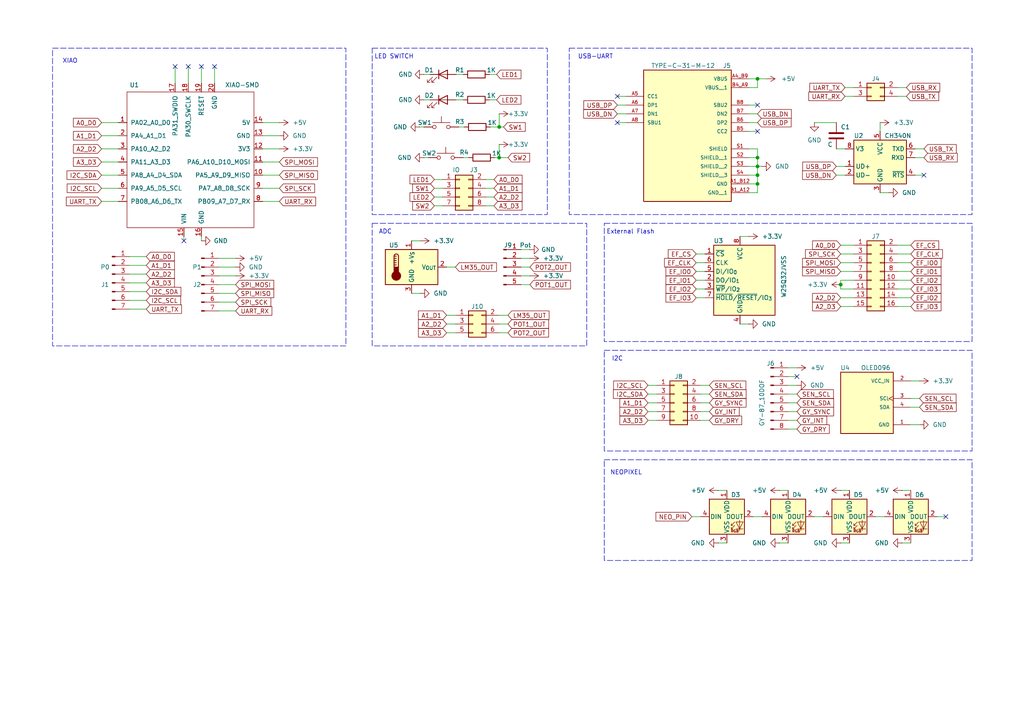
<source format=kicad_sch>
(kicad_sch (version 20250114) (generator "eeschema") (generator_version "9.0")
  (paper "A4")
  (rectangle (start 107.95 13.97) (end 158.75 62.23) (stroke (width 0) (type dash)))
  (rectangle (start 175.26 64.77) (end 281.94 99.06) (stroke (width 0) (type dash)))
  (rectangle (start 175.26 133.35) (end 281.94 162.56) (stroke (width 0) (type dash)))
  (rectangle (start 15.24 13.97) (end 100.33 100.33) (stroke (width 0) (type dash)))
  (rectangle (start 107.95 64.77) (end 170.18 100.33) (stroke (width 0) (type dash)))
  (rectangle (start 165.1 13.97) (end 281.94 62.23) (stroke (width 0) (type dash)))
  (rectangle (start 175.26 101.6) (end 281.94 130.81) (stroke (width 0) (type dash)))
  (text "USB-UART" (at 172.72 16.51 0) (effects (font (size 1.27 1.27))))
  (text "I2C" (at 179.07 104.14 0) (effects (font (size 1.27 1.27))))
  (text "LED SWITCH" (at 114.3 16.51 0) (effects (font (size 1.27 1.27))))
  (text "XIAO" (at 20.32 17.78 0) (effects (font (size 1.27 1.27))))
  (text "External Flash" (at 182.88 67.31 0) (effects (font (size 1.27 1.27))))
  (text "NEOPIXEL" (at 181.61 137.16 0) (effects (font (size 1.27 1.27))))
  (text "ADC" (at 111.76 67.31 0) (effects (font (size 1.27 1.27))))
  (junction (at 219.71 53.34))
  (junction (at 219.71 50.8))
  (junction (at 219.71 45.72))
  (junction (at 219.71 48.26))
  (junction (at 144.78 45.72))
  (junction (at 144.78 36.83))
  (junction (at 243.84 82.55))
  (junction (at 219.71 22.86))
  (no_connect (at 179.07 27.94))
  (no_connect (at 53.34 69.85))
  (no_connect (at 267.97 50.8))
  (no_connect (at 62.23 19.304))
  (no_connect (at 179.07 35.56))
  (no_connect (at 219.71 30.48))
  (no_connect (at 274.32 149.86))
  (no_connect (at 219.71 38.1))
  (no_connect (at 58.42 19.304))
  (no_connect (at 50.8 19.304))
  (no_connect (at 54.61 19.304))
  (no_connect (at 231.14 109.22))
  (wire (pts (xy 217.17 43.18) (xy 219.71 43.18)))
  (wire (pts (xy 219.71 48.26) (xy 220.98 48.26)))
  (wire (pts (xy 264.16 118.11) (xy 266.7 118.11)))
  (wire (pts (xy 142.24 36.83) (xy 144.78 36.83)))
  (wire (pts (xy 144.78 91.44) (xy 147.32 91.44)))
  (wire (pts (xy 76.2 39.37) (xy 81.026 39.37)))
  (wire (pts (xy 218.44 149.86) (xy 220.98 149.86)))
  (wire (pts (xy 144.78 96.52) (xy 147.32 96.52)))
  (wire (pts (xy 179.07 30.48) (xy 181.61 30.48)))
  (wire (pts (xy 144.78 33.02) (xy 144.78 36.83)))
  (wire (pts (xy 265.43 50.8) (xy 267.97 50.8)))
  (wire (pts (xy 76.2 43.18) (xy 81.026 43.18)))
  (wire (pts (xy 203.2 121.92) (xy 205.74 121.92)))
  (wire (pts (xy 29.464 46.99) (xy 34.29 46.99)))
  (wire (pts (xy 214.63 68.58) (xy 217.17 68.58)))
  (wire (pts (xy 122.936 45.72) (xy 124.206 45.72)))
  (wire (pts (xy 143.51 45.72) (xy 144.78 45.72)))
  (wire (pts (xy 134.366 45.72) (xy 135.89 45.72)))
  (wire (pts (xy 62.23 24.13) (xy 62.23 19.304)))
  (wire (pts (xy 125.984 54.61) (xy 128.27 54.61)))
  (wire (pts (xy 63.5 82.55) (xy 68.326 82.55)))
  (wire (pts (xy 37.592 89.662) (xy 42.418 89.662)))
  (wire (pts (xy 264.16 115.57) (xy 266.7 115.57)))
  (wire (pts (xy 203.2 116.84) (xy 205.74 116.84)))
  (wire (pts (xy 260.35 71.12) (xy 264.16 71.12)))
  (wire (pts (xy 260.35 83.82) (xy 264.16 83.82)))
  (wire (pts (xy 140.97 54.61) (xy 143.256 54.61)))
  (wire (pts (xy 58.42 68.58) (xy 58.42 69.85)))
  (wire (pts (xy 203.2 114.3) (xy 205.74 114.3)))
  (wire (pts (xy 125.984 52.07) (xy 128.27 52.07)))
  (wire (pts (xy 50.8 24.13) (xy 50.8 19.304)))
  (wire (pts (xy 217.17 35.56) (xy 219.71 35.56)))
  (wire (pts (xy 228.6 111.76) (xy 231.14 111.76)))
  (wire (pts (xy 200.66 149.86) (xy 203.2 149.86)))
  (wire (pts (xy 228.6 116.84) (xy 231.14 116.84)))
  (wire (pts (xy 144.78 93.98) (xy 147.32 93.98)))
  (wire (pts (xy 242.57 43.18) (xy 245.11 43.18)))
  (wire (pts (xy 119.38 85.09) (xy 121.92 85.09)))
  (wire (pts (xy 245.11 25.4) (xy 247.65 25.4)))
  (wire (pts (xy 37.592 76.962) (xy 42.418 76.962)))
  (wire (pts (xy 187.96 114.3) (xy 190.5 114.3)))
  (wire (pts (xy 76.2 35.56) (xy 81.026 35.56)))
  (wire (pts (xy 243.84 71.12) (xy 247.65 71.12)))
  (wire (pts (xy 29.464 58.42) (xy 34.29 58.42)))
  (wire (pts (xy 219.71 45.72) (xy 219.71 48.26)))
  (wire (pts (xy 144.78 45.72) (xy 147.32 45.72)))
  (wire (pts (xy 271.78 149.86) (xy 274.32 149.86)))
  (wire (pts (xy 63.5 80.01) (xy 68.326 80.01)))
  (wire (pts (xy 144.78 36.83) (xy 146.05 36.83)))
  (wire (pts (xy 260.35 76.2) (xy 264.16 76.2)))
  (wire (pts (xy 217.17 45.72) (xy 219.71 45.72)))
  (wire (pts (xy 37.592 74.422) (xy 42.418 74.422)))
  (wire (pts (xy 121.666 36.83) (xy 122.936 36.83)))
  (wire (pts (xy 133.096 36.83) (xy 134.62 36.83)))
  (wire (pts (xy 219.71 48.26) (xy 219.71 50.8)))
  (wire (pts (xy 264.16 110.49) (xy 266.7 110.49)))
  (wire (pts (xy 141.986 21.59) (xy 144.018 21.59)))
  (wire (pts (xy 243.84 82.55) (xy 243.84 83.82)))
  (wire (pts (xy 228.6 114.3) (xy 231.14 114.3)))
  (wire (pts (xy 236.22 35.56) (xy 242.57 35.56)))
  (wire (pts (xy 63.5 87.63) (xy 68.326 87.63)))
  (wire (pts (xy 255.27 38.1) (xy 255.27 35.56)))
  (wire (pts (xy 261.62 157.48) (xy 264.16 157.48)))
  (wire (pts (xy 76.2 54.61) (xy 81.026 54.61)))
  (wire (pts (xy 125.984 57.15) (xy 128.27 57.15)))
  (wire (pts (xy 243.84 83.82) (xy 247.65 83.82)))
  (wire (pts (xy 217.17 30.48) (xy 219.71 30.48)))
  (wire (pts (xy 243.84 73.66) (xy 247.65 73.66)))
  (wire (pts (xy 243.84 78.74) (xy 247.65 78.74)))
  (wire (pts (xy 260.35 86.36) (xy 264.16 86.36)))
  (wire (pts (xy 203.2 119.38) (xy 205.74 119.38)))
  (wire (pts (xy 76.2 50.8) (xy 81.026 50.8)))
  (wire (pts (xy 217.17 33.02) (xy 219.71 33.02)))
  (wire (pts (xy 179.07 33.02) (xy 181.61 33.02)))
  (wire (pts (xy 264.16 123.19) (xy 266.7 123.19)))
  (wire (pts (xy 129.54 93.98) (xy 132.08 93.98)))
  (wire (pts (xy 226.06 142.24) (xy 228.6 142.24)))
  (wire (pts (xy 63.5 74.93) (xy 68.326 74.93)))
  (wire (pts (xy 219.71 50.8) (xy 219.71 53.34)))
  (wire (pts (xy 243.84 157.48) (xy 246.38 157.48)))
  (wire (pts (xy 179.07 27.94) (xy 181.61 27.94)))
  (wire (pts (xy 260.35 88.9) (xy 264.16 88.9)))
  (wire (pts (xy 201.93 83.82) (xy 204.47 83.82)))
  (wire (pts (xy 217.17 50.8) (xy 219.71 50.8)))
  (wire (pts (xy 260.35 81.28) (xy 264.16 81.28)))
  (wire (pts (xy 141.986 28.956) (xy 144.018 28.956)))
  (wire (pts (xy 219.71 22.86) (xy 222.25 22.86)))
  (wire (pts (xy 228.6 121.92) (xy 231.14 121.92)))
  (wire (pts (xy 217.17 22.86) (xy 219.71 22.86)))
  (wire (pts (xy 254 149.86) (xy 256.54 149.86)))
  (wire (pts (xy 129.54 77.47) (xy 132.08 77.47)))
  (wire (pts (xy 214.63 93.98) (xy 217.17 93.98)))
  (wire (pts (xy 208.28 142.24) (xy 210.82 142.24)))
  (wire (pts (xy 228.6 124.46) (xy 231.14 124.46)))
  (wire (pts (xy 208.28 157.48) (xy 210.82 157.48)))
  (wire (pts (xy 151.13 82.55) (xy 153.67 82.55)))
  (wire (pts (xy 228.6 119.38) (xy 231.14 119.38)))
  (wire (pts (xy 243.84 76.2) (xy 247.65 76.2)))
  (wire (pts (xy 260.35 73.66) (xy 264.16 73.66)))
  (wire (pts (xy 151.13 74.93) (xy 153.67 74.93)))
  (wire (pts (xy 179.07 35.56) (xy 181.61 35.56)))
  (wire (pts (xy 260.35 25.4) (xy 262.89 25.4)))
  (wire (pts (xy 29.464 50.8) (xy 34.29 50.8)))
  (wire (pts (xy 201.93 73.66) (xy 204.47 73.66)))
  (wire (pts (xy 29.464 39.37) (xy 34.29 39.37)))
  (wire (pts (xy 29.464 54.61) (xy 34.29 54.61)))
  (wire (pts (xy 242.57 48.26) (xy 245.11 48.26)))
  (wire (pts (xy 243.84 81.28) (xy 247.65 81.28)))
  (wire (pts (xy 144.78 41.91) (xy 144.78 45.72)))
  (wire (pts (xy 53.34 68.58) (xy 53.34 69.85)))
  (wire (pts (xy 125.984 59.69) (xy 128.27 59.69)))
  (wire (pts (xy 54.61 24.13) (xy 54.61 19.304)))
  (wire (pts (xy 187.96 119.38) (xy 190.5 119.38)))
  (wire (pts (xy 29.464 35.56) (xy 34.29 35.56)))
  (wire (pts (xy 217.17 53.34) (xy 219.71 53.34)))
  (wire (pts (xy 151.13 80.01) (xy 153.67 80.01)))
  (wire (pts (xy 219.71 43.18) (xy 219.71 45.72)))
  (wire (pts (xy 76.2 58.42) (xy 81.026 58.42)))
  (wire (pts (xy 228.6 106.68) (xy 231.14 106.68)))
  (wire (pts (xy 132.334 28.956) (xy 134.366 28.956)))
  (wire (pts (xy 243.84 81.28) (xy 243.84 82.55)))
  (wire (pts (xy 151.13 72.39) (xy 153.67 72.39)))
  (wire (pts (xy 201.93 76.2) (xy 204.47 76.2)))
  (wire (pts (xy 37.592 84.582) (xy 42.418 84.582)))
  (wire (pts (xy 37.592 87.122) (xy 42.418 87.122)))
  (wire (pts (xy 187.96 116.84) (xy 190.5 116.84)))
  (wire (pts (xy 37.592 82.042) (xy 42.418 82.042)))
  (wire (pts (xy 201.93 78.74) (xy 204.47 78.74)))
  (wire (pts (xy 63.5 85.09) (xy 68.326 85.09)))
  (wire (pts (xy 219.71 22.86) (xy 219.71 25.4)))
  (wire (pts (xy 37.592 79.502) (xy 42.418 79.502)))
  (wire (pts (xy 243.84 86.36) (xy 247.65 86.36)))
  (wire (pts (xy 243.84 88.9) (xy 247.65 88.9)))
  (wire (pts (xy 187.96 121.92) (xy 190.5 121.92)))
  (wire (pts (xy 63.5 90.17) (xy 68.326 90.17)))
  (wire (pts (xy 217.17 48.26) (xy 219.71 48.26)))
  (wire (pts (xy 122.936 28.956) (xy 124.714 28.956)))
  (wire (pts (xy 201.93 86.36) (xy 204.47 86.36)))
  (wire (pts (xy 260.35 78.74) (xy 264.16 78.74)))
  (wire (pts (xy 129.54 96.52) (xy 132.08 96.52)))
  (wire (pts (xy 245.11 27.94) (xy 247.65 27.94)))
  (wire (pts (xy 255.27 55.88) (xy 257.81 55.88)))
  (wire (pts (xy 228.6 109.22) (xy 231.14 109.22)))
  (wire (pts (xy 76.2 46.99) (xy 81.026 46.99)))
  (wire (pts (xy 226.06 157.48) (xy 228.6 157.48)))
  (wire (pts (xy 132.334 21.59) (xy 134.366 21.59)))
  (wire (pts (xy 217.17 25.4) (xy 219.71 25.4)))
  (wire (pts (xy 236.22 149.86) (xy 238.76 149.86)))
  (wire (pts (xy 140.97 59.69) (xy 143.256 59.69)))
  (wire (pts (xy 63.5 77.47) (xy 68.326 77.47)))
  (wire (pts (xy 151.13 77.47) (xy 153.67 77.47)))
  (wire (pts (xy 140.97 52.07) (xy 143.256 52.07)))
  (wire (pts (xy 219.71 53.34) (xy 219.71 55.88)))
  (wire (pts (xy 265.43 43.18) (xy 267.97 43.18)))
  (wire (pts (xy 121.92 69.85) (xy 119.38 69.85)))
  (wire (pts (xy 129.54 91.44) (xy 132.08 91.44)))
  (wire (pts (xy 243.84 142.24) (xy 246.38 142.24)))
  (wire (pts (xy 217.17 38.1) (xy 219.71 38.1)))
  (wire (pts (xy 242.57 50.8) (xy 245.11 50.8)))
  (wire (pts (xy 260.35 27.94) (xy 262.89 27.94)))
  (wire (pts (xy 217.17 55.88) (xy 219.71 55.88)))
  (wire (pts (xy 58.42 24.13) (xy 58.42 19.304)))
  (wire (pts (xy 29.464 43.18) (xy 34.29 43.18)))
  (wire (pts (xy 187.96 111.76) (xy 190.5 111.76)))
  (wire (pts (xy 122.936 21.59) (xy 124.714 21.59)))
  (wire (pts (xy 265.43 45.72) (xy 267.97 45.72)))
  (wire (pts (xy 201.93 81.28) (xy 204.47 81.28)))
  (wire (pts (xy 140.97 57.15) (xy 143.256 57.15)))
  (wire (pts (xy 261.62 142.24) (xy 264.16 142.24)))
  (wire (pts (xy 203.2 111.76) (xy 205.74 111.76)))
  (global_label "EF_IO0" (shape input) (at 201.93 78.74 180) (property "Intersheetrefs" "${INTERSHEET_REFS}" (effects (hide yes))))
  (global_label "I2C_SCL" (shape input) (at 42.418 87.122 0) (property "Intersheetrefs" "${INTERSHEET_REFS}" (effects (hide yes))))
  (global_label "POT2_OUT" (shape input) (at 147.32 96.52 0) (property "Intersheetrefs" "${INTERSHEET_REFS}" (effects (hide yes))))
  (global_label "GY_INT" (shape input) (at 205.74 119.38 0) (property "Intersheetrefs" "${INTERSHEET_REFS}" (effects (hide yes))))
  (global_label "EF_CLK" (shape input) (at 201.93 76.2 180) (property "Intersheetrefs" "${INTERSHEET_REFS}" (effects (hide yes))))
  (global_label "EF_CS" (shape input) (at 264.16 71.12 0) (property "Intersheetrefs" "${INTERSHEET_REFS}" (effects (hide yes))))
  (global_label "I2C_SDA" (shape input) (at 29.464 50.8 180) (property "Intersheetrefs" "${INTERSHEET_REFS}" (effects (hide yes))))
  (global_label "LED2" (shape input) (at 125.984 57.15 180) (property "Intersheetrefs" "${INTERSHEET_REFS}" (effects (hide yes))))
  (global_label "SPI_MOSI" (shape input) (at 68.326 82.55 0) (property "Intersheetrefs" "${INTERSHEET_REFS}" (effects (hide yes))))
  (global_label "EF_IO3" (shape input) (at 264.16 88.9 0) (property "Intersheetrefs" "${INTERSHEET_REFS}" (effects (hide yes))))
  (global_label "POT1_OUT" (shape input) (at 153.67 82.55 0) (property "Intersheetrefs" "${INTERSHEET_REFS}" (effects (hide yes))))
  (global_label "USB_RX" (shape input) (at 267.97 45.72 0) (property "Intersheetrefs" "${INTERSHEET_REFS}" (effects (hide yes))))
  (global_label "LED1" (shape input) (at 125.984 52.07 180) (property "Intersheetrefs" "${INTERSHEET_REFS}" (effects (hide yes))))
  (global_label "A1_D1" (shape input) (at 129.54 91.44 180) (property "Intersheetrefs" "${INTERSHEET_REFS}" (effects (hide yes))))
  (global_label "LM35_OUT" (shape input) (at 132.08 77.47 0) (property "Intersheetrefs" "${INTERSHEET_REFS}" (effects (hide yes))))
  (global_label "SW1" (shape input) (at 146.05 36.83 0) (property "Intersheetrefs" "${INTERSHEET_REFS}" (effects (hide yes))))
  (global_label "USB_DN" (shape input) (at 179.07 33.02 180) (property "Intersheetrefs" "${INTERSHEET_REFS}" (effects (hide yes))))
  (global_label "A3_D3" (shape input) (at 42.418 82.042 0) (property "Intersheetrefs" "${INTERSHEET_REFS}" (effects (hide yes))))
  (global_label "GY_DRY" (shape input) (at 231.14 124.46 0) (property "Intersheetrefs" "${INTERSHEET_REFS}" (effects (hide yes))))
  (global_label "A0_D0" (shape input) (at 29.464 35.56 180) (property "Intersheetrefs" "${INTERSHEET_REFS}" (effects (hide yes))))
  (global_label "A3_D3" (shape input) (at 129.54 96.52 180) (property "Intersheetrefs" "${INTERSHEET_REFS}" (effects (hide yes))))
  (global_label "A2_D2" (shape input) (at 129.54 93.98 180) (property "Intersheetrefs" "${INTERSHEET_REFS}" (effects (hide yes))))
  (global_label "SEN_SDA" (shape input) (at 205.74 114.3 0) (property "Intersheetrefs" "${INTERSHEET_REFS}" (effects (hide yes))))
  (global_label "A0_D0" (shape input) (at 42.418 74.422 0) (property "Intersheetrefs" "${INTERSHEET_REFS}" (effects (hide yes))))
  (global_label "EF_CLK" (shape input) (at 264.16 73.66 0) (property "Intersheetrefs" "${INTERSHEET_REFS}" (effects (hide yes))))
  (global_label "I2C_SCL" (shape input) (at 187.96 111.76 180) (property "Intersheetrefs" "${INTERSHEET_REFS}" (effects (hide yes))))
  (global_label "A1_D1" (shape input) (at 42.418 76.962 0) (property "Intersheetrefs" "${INTERSHEET_REFS}" (effects (hide yes))))
  (global_label "A2_D2" (shape input) (at 187.96 119.38 180) (property "Intersheetrefs" "${INTERSHEET_REFS}" (effects (hide yes))))
  (global_label "UART_TX" (shape input) (at 42.418 89.662 0) (property "Intersheetrefs" "${INTERSHEET_REFS}" (effects (hide yes))))
  (global_label "SPI_MOSI" (shape input) (at 243.84 76.2 180) (property "Intersheetrefs" "${INTERSHEET_REFS}" (effects (hide yes))))
  (global_label "I2C_SDA" (shape input) (at 42.418 84.582 0) (property "Intersheetrefs" "${INTERSHEET_REFS}" (effects (hide yes))))
  (global_label "EF_IO2" (shape input) (at 201.93 83.82 180) (property "Intersheetrefs" "${INTERSHEET_REFS}" (effects (hide yes))))
  (global_label "SPI_MISO" (shape input) (at 68.326 85.09 0) (property "Intersheetrefs" "${INTERSHEET_REFS}" (effects (hide yes))))
  (global_label "SPI_MISO" (shape input) (at 243.84 78.74 180) (property "Intersheetrefs" "${INTERSHEET_REFS}" (effects (hide yes))))
  (global_label "A3_D3" (shape input) (at 187.96 121.92 180) (property "Intersheetrefs" "${INTERSHEET_REFS}" (effects (hide yes))))
  (global_label "EF_IO2" (shape input) (at 264.16 81.28 0) (property "Intersheetrefs" "${INTERSHEET_REFS}" (effects (hide yes))))
  (global_label "A1_D1" (shape input) (at 187.96 116.84 180) (property "Intersheetrefs" "${INTERSHEET_REFS}" (effects (hide yes))))
  (global_label "LED2" (shape input) (at 144.018 28.956 0) (property "Intersheetrefs" "${INTERSHEET_REFS}" (effects (hide yes))))
  (global_label "NEO_PIN" (shape input) (at 200.66 149.86 180) (property "Intersheetrefs" "${INTERSHEET_REFS}" (effects (hide yes))))
  (global_label "I2C_SDA" (shape input) (at 187.96 114.3 180) (property "Intersheetrefs" "${INTERSHEET_REFS}" (effects (hide yes))))
  (global_label "SEN_SDA" (shape input) (at 266.7 118.11 0) (property "Intersheetrefs" "${INTERSHEET_REFS}" (effects (hide yes))))
  (global_label "USB_RX" (shape input) (at 262.89 25.4 0) (property "Intersheetrefs" "${INTERSHEET_REFS}" (effects (hide yes))))
  (global_label "SPI_SCK" (shape input) (at 243.84 73.66 180) (property "Intersheetrefs" "${INTERSHEET_REFS}" (effects (hide yes))))
  (global_label "EF_IO2" (shape input) (at 264.16 86.36 0) (property "Intersheetrefs" "${INTERSHEET_REFS}" (effects (hide yes))))
  (global_label "EF_IO1" (shape input) (at 201.93 81.28 180) (property "Intersheetrefs" "${INTERSHEET_REFS}" (effects (hide yes))))
  (global_label "SW2" (shape input) (at 125.984 59.69 180) (property "Intersheetrefs" "${INTERSHEET_REFS}" (effects (hide yes))))
  (global_label "GY_SYNC" (shape input) (at 205.74 116.84 0) (property "Intersheetrefs" "${INTERSHEET_REFS}" (effects (hide yes))))
  (global_label "USB_DN" (shape input) (at 219.71 33.02 0) (property "Intersheetrefs" "${INTERSHEET_REFS}" (effects (hide yes))))
  (global_label "POT2_OUT" (shape input) (at 153.67 77.47 0) (property "Intersheetrefs" "${INTERSHEET_REFS}" (effects (hide yes))))
  (global_label "SEN_SDA" (shape input) (at 231.14 116.84 0) (property "Intersheetrefs" "${INTERSHEET_REFS}" (effects (hide yes))))
  (global_label "A0_D0" (shape input) (at 143.256 52.07 0) (property "Intersheetrefs" "${INTERSHEET_REFS}" (effects (hide yes))))
  (global_label "A3_D3" (shape input) (at 143.256 59.69 0) (property "Intersheetrefs" "${INTERSHEET_REFS}" (effects (hide yes))))
  (global_label "SW1" (shape input) (at 125.984 54.61 180) (property "Intersheetrefs" "${INTERSHEET_REFS}" (effects (hide yes))))
  (global_label "A2_D3" (shape input) (at 243.84 88.9 180) (property "Intersheetrefs" "${INTERSHEET_REFS}" (effects (hide yes))))
  (global_label "A1_D1" (shape input) (at 143.256 54.61 0) (property "Intersheetrefs" "${INTERSHEET_REFS}" (effects (hide yes))))
  (global_label "SEN_SCL" (shape input) (at 231.14 114.3 0) (property "Intersheetrefs" "${INTERSHEET_REFS}" (effects (hide yes))))
  (global_label "USB_DN" (shape input) (at 242.57 50.8 180) (property "Intersheetrefs" "${INTERSHEET_REFS}" (effects (hide yes))))
  (global_label "UART_RX" (shape input) (at 245.11 27.94 180) (property "Intersheetrefs" "${INTERSHEET_REFS}" (effects (hide yes))))
  (global_label "A2_D2" (shape input) (at 29.464 43.18 180) (property "Intersheetrefs" "${INTERSHEET_REFS}" (effects (hide yes))))
  (global_label "USB_TX" (shape input) (at 262.89 27.94 0) (property "Intersheetrefs" "${INTERSHEET_REFS}" (effects (hide yes))))
  (global_label "SEN_SCL" (shape input) (at 205.74 111.76 0) (property "Intersheetrefs" "${INTERSHEET_REFS}" (effects (hide yes))))
  (global_label "UART_TX" (shape input) (at 245.11 25.4 180) (property "Intersheetrefs" "${INTERSHEET_REFS}" (effects (hide yes))))
  (global_label "SPI_SCK" (shape input) (at 81.026 54.61 0) (property "Intersheetrefs" "${INTERSHEET_REFS}" (effects (hide yes))))
  (global_label "EF_IO3" (shape input) (at 264.16 83.82 0) (property "Intersheetrefs" "${INTERSHEET_REFS}" (effects (hide yes))))
  (global_label "EF_CS" (shape input) (at 201.93 73.66 180) (property "Intersheetrefs" "${INTERSHEET_REFS}" (effects (hide yes))))
  (global_label "USB_TX" (shape input) (at 267.97 43.18 0) (property "Intersheetrefs" "${INTERSHEET_REFS}" (effects (hide yes))))
  (global_label "EF_IO1" (shape input) (at 264.16 78.74 0) (property "Intersheetrefs" "${INTERSHEET_REFS}" (effects (hide yes))))
  (global_label "LED1" (shape input) (at 144.018 21.59 0) (property "Intersheetrefs" "${INTERSHEET_REFS}" (effects (hide yes))))
  (global_label "SPI_SCK" (shape input) (at 68.326 87.63 0) (property "Intersheetrefs" "${INTERSHEET_REFS}" (effects (hide yes))))
  (global_label "USB_DP" (shape input) (at 242.57 48.26 180) (property "Intersheetrefs" "${INTERSHEET_REFS}" (effects (hide yes))))
  (global_label "GY_SYNC" (shape input) (at 231.14 119.38 0) (property "Intersheetrefs" "${INTERSHEET_REFS}" (effects (hide yes))))
  (global_label "A1_D1" (shape input) (at 29.464 39.37 180) (property "Intersheetrefs" "${INTERSHEET_REFS}" (effects (hide yes))))
  (global_label "UART_RX" (shape input) (at 81.026 58.42 0) (property "Intersheetrefs" "${INTERSHEET_REFS}" (effects (hide yes))))
  (global_label "A2_D2" (shape input) (at 243.84 86.36 180) (property "Intersheetrefs" "${INTERSHEET_REFS}" (effects (hide yes))))
  (global_label "A2_D2" (shape input) (at 143.256 57.15 0) (property "Intersheetrefs" "${INTERSHEET_REFS}" (effects (hide yes))))
  (global_label "SW2" (shape input) (at 147.32 45.72 0) (property "Intersheetrefs" "${INTERSHEET_REFS}" (effects (hide yes))))
  (global_label "USB_DP" (shape input) (at 179.07 30.48 180) (property "Intersheetrefs" "${INTERSHEET_REFS}" (effects (hide yes))))
  (global_label "UART_RX" (shape input) (at 68.326 90.17 0) (property "Intersheetrefs" "${INTERSHEET_REFS}" (effects (hide yes))))
  (global_label "SEN_SCL" (shape input) (at 266.7 115.57 0) (property "Intersheetrefs" "${INTERSHEET_REFS}" (effects (hide yes))))
  (global_label "I2C_SCL" (shape input) (at 29.464 54.61 180) (property "Intersheetrefs" "${INTERSHEET_REFS}" (effects (hide yes))))
  (global_label "USB_DP" (shape input) (at 219.71 35.56 0) (property "Intersheetrefs" "${INTERSHEET_REFS}" (effects (hide yes))))
  (global_label "UART_TX" (shape input) (at 29.464 58.42 180) (property "Intersheetrefs" "${INTERSHEET_REFS}" (effects (hide yes))))
  (global_label "EF_IO3" (shape input) (at 201.93 86.36 180) (property "Intersheetrefs" "${INTERSHEET_REFS}" (effects (hide yes))))
  (global_label "A3_D3" (shape input) (at 29.464 46.99 180) (property "Intersheetrefs" "${INTERSHEET_REFS}" (effects (hide yes))))
  (global_label "SPI_MISO" (shape input) (at 81.026 50.8 0) (property "Intersheetrefs" "${INTERSHEET_REFS}" (effects (hide yes))))
  (global_label "GY_DRY" (shape input) (at 205.74 121.92 0) (property "Intersheetrefs" "${INTERSHEET_REFS}" (effects (hide yes))))
  (global_label "SPI_MOSI" (shape input) (at 81.026 46.99 0) (property "Intersheetrefs" "${INTERSHEET_REFS}" (effects (hide yes))))
  (global_label "A2_D2" (shape input) (at 42.418 79.502 0) (property "Intersheetrefs" "${INTERSHEET_REFS}" (effects (hide yes))))
  (global_label "LM35_OUT" (shape input) (at 147.32 91.44 0) (property "Intersheetrefs" "${INTERSHEET_REFS}" (effects (hide yes))))
  (global_label "POT1_OUT" (shape input) (at 147.32 93.98 0) (property "Intersheetrefs" "${INTERSHEET_REFS}" (effects (hide yes))))
  (global_label "EF_IO0" (shape input) (at 264.16 76.2 0) (property "Intersheetrefs" "${INTERSHEET_REFS}" (effects (hide yes))))
  (global_label "GY_INT" (shape input) (at 231.14 121.92 0) (property "Intersheetrefs" "${INTERSHEET_REFS}" (effects (hide yes))))
  (global_label "A0_D0" (shape input) (at 243.84 71.12 180) (property "Intersheetrefs" "${INTERSHEET_REFS}" (effects (hide yes))))
  (symbol (lib_id "xiao:XIAO-SAMD21-SMD") (at 55.88 46.99 0) (unit 1)
    (property "Reference" "U1" (at 37.592 24.638 0) (effects (justify left)))
    (property "Value" "XIAO-SMD" (at 65.278 24.638 0) (effects (justify left)))
  )
  (symbol (lib_id "USB-C-31-M-12:TYPE-C-31-M-12") (at 199.39 33.02 0) (unit 1)
    (property "Reference" "J5" (at 210.82 19.05 0))
    (property "Value" "TYPE-C-31-M-12" (at 198.12 19.05 0))
    (property "Footprint" "TYPE-C-31-M-12:HRO_TYPE-C-31-M-12" (effects (hide yes)))
    (property "MF" "HRO Electronics Co., Ltd." (effects (hide yes)))
    (property "MAXIMUM_PACKAGE_HEIGHT" "3.26 mm" (effects (hide yes)))
    (property "Package" "Package" (effects (hide yes)))
    (property "Price" "None" (effects (hide yes)))
    (property "Check_prices" "https://www.snapeda.com/parts/TYPE-C-31-M-12/HRO+Electronics+Co.%252C+Ltd./view-part/?ref=eda" (effects (hide yes)))
    (property "STANDARD" "Manufacturer Recommendations" (effects (hide yes)))
    (property "PARTREV" "2020.12.08" (effects (hide yes)))
    (property "SnapEDA_Link" "https://www.snapeda.com/parts/TYPE-C-31-M-12/HRO+Electronics+Co.%252C+Ltd./view-part/?ref=snap" (effects (hide yes)))
    (property "MP" "TYPE-C-31-M-12" (effects (hide yes)))
    (property "Description_1" "USB Connectors 24 Receptacle 1 8.94*7.3mm RoHS" (effects (hide yes)))
    (property "SNAPEDA_PN" "TYPE-C-31-M-12" (effects (hide yes)))
    (property "Availability" "Not in stock" (effects (hide yes)))
    (property "MANUFACTURER" "HRO Electronics Co., Ltd." (effects (hide yes)))
  )
  (symbol (lib_id "power:GND") (at 122.936 45.72 270) (unit 1)
    (property "Reference" "#PWR011" (effects (hide yes)))
    (property "Value" "GND" (at 119.38 45.7199 90) (effects (justify right)))
    (property "Description" "Power symbol creates a global label with name \"GND\" , ground" (effects (hide yes)))
  )
  (symbol (lib_id "Device:R") (at 139.7 45.72 90) (unit 1)
    (property "Reference" "R4" (at 134.62 44.196 90))
    (property "Value" "1K" (at 144.018 44.45 90))
    (property "Description" "Resistor" (effects (hide yes)))
  )
  (symbol (lib_id "OLED-096:DM-OLED096-636") (at 251.46 118.11 0) (unit 1)
    (property "Reference" "U4" (at 245.11 106.68 0))
    (property "Value" "OLED096" (at 254 106.68 0))
    (property "Footprint" "DM-OLED096-636:MODULE_DM-OLED096-636" (effects (hide yes)))
    (property "MF" "Display Module" (effects (hide yes)))
    (property "MAXIMUM_PACKAGE_HEIGHT" "11.3 mm" (effects (hide yes)))
    (property "Package" "Package" (effects (hide yes)))
    (property "Price" "None" (effects (hide yes)))
    (property "Check_prices" "https://www.snapeda.com/parts/DM-OLED096-636/Display+Module/view-part/?ref=eda" (effects (hide yes)))
    (property "STANDARD" "Manufacturer Recommendations" (effects (hide yes)))
    (property "PARTREV" "2018-09-10" (effects (hide yes)))
    (property "SnapEDA_Link" "https://www.snapeda.com/parts/DM-OLED096-636/Display+Module/view-part/?ref=snap" (effects (hide yes)))
    (property "MP" "DM-OLED096-636" (effects (hide yes)))
    (property "Description_1" "0.96” 128 X 64 MONOCHROME GRAPHIC OLED DISPLAY MODULE - I2C" (effects (hide yes)))
    (property "Availability" "Not in stock" (effects (hide yes)))
    (property "MANUFACTURER" "Displaymodule" (effects (hide yes)))
  )
  (symbol (lib_id "power:GND") (at 231.14 111.76 90) (unit 1)
    (property "Reference" "#PWR022" (effects (hide yes)))
    (property "Value" "GND" (at 234.95 111.7599 90) (effects (justify right)))
    (property "Description" "Power symbol creates a global label with name \"GND\" , ground" (effects (hide yes)))
  )
  (symbol (lib_id "power:+3.3V") (at 144.78 33.02 270) (unit 1)
    (property "Reference" "#PWR036" (effects (hide yes)))
    (property "Value" "+3.3V" (at 147.32 33.02 90) (effects (justify left)))
    (property "Description" "Power symbol creates a global label with name \"+3.3V\"" (effects (hide yes)))
  )
  (symbol (lib_id "power:+3.3V") (at 153.67 74.93 270) (unit 1)
    (property "Reference" "#PWR037" (effects (hide yes)))
    (property "Value" "+3.3V" (at 157.48 74.9299 90) (effects (justify left)))
    (property "Description" "Power symbol creates a global label with name \"+3.3V\"" (effects (hide yes)))
  )
  (symbol (lib_id "Device:C") (at 242.57 39.37 0) (unit 1)
    (property "Reference" "C1" (at 243.84 36.83 0) (effects (justify left)))
    (property "Value" "C" (at 240.03 41.91 0) (effects (justify left)))
    (property "Description" "Unpolarized capacitor" (effects (hide yes)))
  )
  (symbol (lib_id "power:GND") (at 217.17 93.98 90) (unit 1)
    (property "Reference" "#PWR018" (effects (hide yes)))
    (property "Value" "GND" (at 220.98 93.9799 90) (effects (justify right)))
    (property "Description" "Power symbol creates a global label with name \"GND\" , ground" (effects (hide yes)))
  )
  (symbol (lib_id "power:GND") (at 58.42 69.85 90) (unit 1)
    (property "Reference" "#PWR04" (effects (hide yes)))
    (property "Value" "GND" (at 61.976 69.8499 90) (effects (justify right)))
    (property "Description" "Power symbol creates a global label with name \"GND\" , ground" (effects (hide yes)))
  )
  (symbol (lib_id "power:GND") (at 266.7 123.19 90) (unit 1)
    (property "Reference" "#PWR020" (effects (hide yes)))
    (property "Value" "GND" (at 270.51 123.1899 90) (effects (justify right)))
    (property "Description" "Power symbol creates a global label with name \"GND\" , ground" (effects (hide yes)))
  )
  (symbol (lib_id "Connector_Generic:Conn_02x02_Odd_Even") (at 252.73 25.4 0) (unit 1)
    (property "Reference" "J4" (at 254 22.86 0))
    (property "Value" "Conn_02x02_Odd_Even" (effects (hide yes)))
    (property "Description" "Generic connector, double row, 02x02, odd/even pin numbering scheme (row 1 odd numbers, row 2 even numbers), script generated (kicad-library-utils/schlib/autogen/connector/)" (effects (hide yes)))
  )
  (symbol (lib_id "power:GND") (at 208.28 157.48 270) (unit 1)
    (property "Reference" "#PWR024" (effects (hide yes)))
    (property "Value" "GND" (at 204.47 157.4799 90) (effects (justify right)))
    (property "Description" "Power symbol creates a global label with name \"GND\" , ground" (effects (hide yes)))
  )
  (symbol (lib_id "Connector_Generic:Conn_02x03_Odd_Even") (at 137.16 93.98 0) (unit 1)
    (property "Reference" "J10" (at 138.43 88.9 0))
    (property "Value" "Conn_02x03_Odd_Even" (effects (hide yes)))
    (property "Description" "Generic connector, double row, 02x03, odd/even pin numbering scheme (row 1 odd numbers, row 2 even numbers), script generated (kicad-library-utils/schlib/autogen/connector/)" (effects (hide yes)))
  )
  (symbol (lib_id "Device:LED") (at 128.524 21.59 0) (unit 1)
    (property "Reference" "D1" (at 124.46 20.32 0))
    (property "Value" "LED" (effects (hide yes)))
    (property "Description" "Light emitting diode" (effects (hide yes)))
    (property "Sim.Pins" "1=K 2=A" (effects (hide yes)))
  )
  (symbol (lib_id "Device:R") (at 138.176 21.59 90) (unit 1)
    (property "Reference" "R1" (at 133.35 20.32 90))
    (property "Value" "1K" (at 142.494 20.32 90))
    (property "Description" "Resistor" (effects (hide yes)))
  )
  (symbol (lib_id "LED:WS2812B") (at 210.82 149.86 0) (unit 1)
    (property "Reference" "D3" (at 213.36 143.51 0))
    (property "Value" "WS2812B" (effects (hide yes)))
    (property "Footprint" "LED_SMD:LED_WS2812B_PLCC4_5.0x5.0mm_P3.2mm" (effects (hide yes)))
    (property "Datasheet" "https://cdn-shop.adafruit.com/datasheets/WS2812B.pdf" (effects (hide yes)))
    (property "Description" "RGB LED with integrated controller" (effects (hide yes)))
  )
  (symbol (lib_id "Connector:Conn_01x05_Pin") (at 146.05 77.47 0) (unit 1)
    (property "Reference" "J9" (at 147.32 71.12 0))
    (property "Value" "Pot" (at 152.4 71.12 0))
    (property "Footprint" "Connector_PinSocket_2.54mm:PinSocket_1x05_P2.54mm_Vertical" (effects (hide yes)))
    (property "Description" "Generic connector, single row, 01x05, script generated" (effects (hide yes)))
  )
  (symbol (lib_id "Connector:Conn_01x07_Pin") (at 32.512 82.042 0) (unit 1)
    (property "Reference" "J1" (at 30.48 82.55 0))
    (property "Value" "P0" (at 30.48 77.47 0))
    (property "Description" "Generic connector, single row, 01x07, script generated" (effects (hide yes)))
  )
  (symbol (lib_id "power:+5V") (at 261.62 142.24 90) (unit 1)
    (property "Reference" "#PWR030" (effects (hide yes)))
    (property "Value" "+5V" (at 257.81 142.2399 90) (effects (justify left)))
    (property "Description" "Power symbol creates a global label with name \"+5V\"" (effects (hide yes)))
  )
  (symbol (lib_id "Device:LED") (at 128.524 28.956 0) (unit 1)
    (property "Reference" "D2" (at 124.46 27.686 0))
    (property "Value" "LED" (effects (hide yes)))
    (property "Description" "Light emitting diode" (effects (hide yes)))
    (property "Sim.Pins" "1=K 2=A" (effects (hide yes)))
  )
  (symbol (lib_id "power:GND") (at 257.81 55.88 90) (unit 1)
    (property "Reference" "#PWR015" (effects (hide yes)))
    (property "Value" "GND" (at 261.62 55.8799 90) (effects (justify right)))
    (property "Description" "Power symbol creates a global label with name \"GND\" , ground" (effects (hide yes)))
  )
  (symbol (lib_id "Interface_USB:CH340N") (at 255.27 45.72 0) (unit 1)
    (property "Reference" "U2" (at 247.65 39.37 0) (effects (justify left)))
    (property "Value" "CH340N" (at 256.54 39.37 0) (effects (justify left)))
    (property "Footprint" "Package_SO:JEITA_SOIC-8_3.9x4.9mm_P1.27mm" (effects (hide yes)))
    (property "Datasheet" "https://aitendo3.sakura.ne.jp/aitendo_data/product_img/ic/inteface/CH340N/ch340n.pdf" (effects (hide yes)))
    (property "Description" "USB serial converter, 2Mbps, UART, JEITA SOIC-8 (SOP-8)" (effects (hide yes)))
  )
  (symbol (lib_id "power:+3.3V") (at 144.78 41.91 270) (unit 1)
    (property "Reference" "#PWR035" (effects (hide yes)))
    (property "Value" "+3.3V" (at 147.32 41.91 90) (effects (justify left)))
    (property "Description" "Power symbol creates a global label with name \"+3.3V\"" (effects (hide yes)))
  )
  (symbol (lib_id "LED:WS2812B") (at 264.16 149.86 0) (unit 1)
    (property "Reference" "D6" (at 266.7 143.51 0))
    (property "Value" "WS2812B" (effects (hide yes)))
    (property "Footprint" "LED_SMD:LED_WS2812B_PLCC4_5.0x5.0mm_P3.2mm" (effects (hide yes)))
    (property "Datasheet" "https://cdn-shop.adafruit.com/datasheets/WS2812B.pdf" (effects (hide yes)))
    (property "Description" "RGB LED with integrated controller" (effects (hide yes)))
  )
  (symbol (lib_id "LED:WS2812B") (at 228.6 149.86 0) (unit 1)
    (property "Reference" "D4" (at 231.14 143.51 0))
    (property "Value" "WS2812B" (effects (hide yes)))
    (property "Footprint" "LED_SMD:LED_WS2812B_PLCC4_5.0x5.0mm_P3.2mm" (effects (hide yes)))
    (property "Datasheet" "https://cdn-shop.adafruit.com/datasheets/WS2812B.pdf" (effects (hide yes)))
    (property "Description" "RGB LED with integrated controller" (effects (hide yes)))
  )
  (symbol (lib_id "power:GND") (at 243.84 157.48 270) (unit 1)
    (property "Reference" "#PWR029" (effects (hide yes)))
    (property "Value" "GND" (at 240.03 157.4799 90) (effects (justify right)))
    (property "Description" "Power symbol creates a global label with name \"GND\" , ground" (effects (hide yes)))
  )
  (symbol (lib_id "power:+5V") (at 226.06 142.24 90) (unit 1)
    (property "Reference" "#PWR026" (effects (hide yes)))
    (property "Value" "+5V" (at 222.25 142.2399 90) (effects (justify left)))
    (property "Description" "Power symbol creates a global label with name \"+5V\"" (effects (hide yes)))
  )
  (symbol (lib_id "power:GND") (at 121.92 85.09 90) (unit 1)
    (property "Reference" "#PWR032" (effects (hide yes)))
    (property "Value" "GND" (at 125.73 85.0899 90) (effects (justify right)))
    (property "Description" "Power symbol creates a global label with name \"GND\" , ground" (effects (hide yes)))
  )
  (symbol (lib_id "Device:R") (at 138.43 36.83 90) (unit 1)
    (property "Reference" "R3" (at 133.35 35.306 90))
    (property "Value" "1K" (at 142.748 35.56 90))
    (property "Description" "Resistor" (effects (hide yes)))
  )
  (symbol (lib_id "power:+5V") (at 231.14 106.68 270) (unit 1)
    (property "Reference" "#PWR023" (effects (hide yes)))
    (property "Value" "+5V" (at 234.95 106.6799 90) (effects (justify left)))
    (property "Description" "Power symbol creates a global label with name \"+5V\"" (effects (hide yes)))
  )
  (symbol (lib_id "power:+5V") (at 81.026 35.56 270) (unit 1)
    (property "Reference" "#PWR01" (effects (hide yes)))
    (property "Value" "+5V" (at 84.836 35.5599 90) (effects (justify left)))
    (property "Description" "Power symbol creates a global label with name \"+5V\"" (effects (hide yes)))
  )
  (symbol (lib_id "power:+5V") (at 222.25 22.86 270) (unit 1)
    (property "Reference" "#PWR012" (effects (hide yes)))
    (property "Value" "+5V" (at 226.568 22.8599 90) (effects (justify left)))
    (property "Description" "Power symbol creates a global label with name \"+5V\"" (effects (hide yes)))
  )
  (symbol (lib_id "LED:WS2812B") (at 246.38 149.86 0) (unit 1)
    (property "Reference" "D5" (at 248.92 143.51 0))
    (property "Value" "WS2812B" (effects (hide yes)))
    (property "Footprint" "LED_SMD:LED_WS2812B_PLCC4_5.0x5.0mm_P3.2mm" (effects (hide yes)))
    (property "Datasheet" "https://cdn-shop.adafruit.com/datasheets/WS2812B.pdf" (effects (hide yes)))
    (property "Description" "RGB LED with integrated controller" (effects (hide yes)))
  )
  (symbol (lib_id "Sensor_Temperature:LM35-LP") (at 119.38 77.47 0) (unit 1)
    (property "Reference" "U5" (at 115.57 71.12 0) (effects (justify right)))
    (property "Value" "LM35-LP" (effects (hide yes)))
    (property "Footprint" "Package_TO_SOT_THT:TO-92_Inline" (effects (hide yes)))
    (property "Datasheet" "http://www.ti.com/lit/ds/symlink/lm35.pdf" (effects (hide yes)))
    (property "Description" "Precision centigrade temperature sensor, TO-92" (effects (hide yes)))
  )
  (symbol (lib_id "Switch:SW_Push") (at 129.286 45.72 0) (unit 1)
    (property "Reference" "SW2" (at 124.46 44.45 0))
    (property "Value" "SW_Push" (effects (hide yes)))
    (property "Description" "Push button switch, generic, two pins" (effects (hide yes)))
  )
  (symbol (lib_id "power:GND") (at 153.67 72.39 90) (unit 1)
    (property "Reference" "#PWR034" (effects (hide yes)))
    (property "Value" "GND" (at 156.972 72.3899 90) (effects (justify right)))
    (property "Description" "Power symbol creates a global label with name \"GND\" , ground" (effects (hide yes)))
  )
  (symbol (lib_id "Switch:SW_Push") (at 128.016 36.83 0) (unit 1)
    (property "Reference" "SW1" (at 123.19 35.56 0))
    (property "Value" "SW_Push" (effects (hide yes)))
    (property "Description" "Push button switch, generic, two pins" (effects (hide yes)))
  )
  (symbol (lib_id "power:+3.3V") (at 217.17 68.58 270) (unit 1)
    (property "Reference" "#PWR017" (effects (hide yes)))
    (property "Value" "+3.3V" (at 220.98 68.5799 90) (effects (justify left)))
    (property "Description" "Power symbol creates a global label with name \"+3.3V\"" (effects (hide yes)))
  )
  (symbol (lib_id "Device:R") (at 138.176 28.956 90) (unit 1)
    (property "Reference" "R2" (at 133.35 27.432 90))
    (property "Value" "1K" (at 142.494 27.686 90))
    (property "Description" "Resistor" (effects (hide yes)))
  )
  (symbol (lib_id "power:GND") (at 121.666 36.83 270) (unit 1)
    (property "Reference" "#PWR010" (effects (hide yes)))
    (property "Value" "GND" (at 118.11 36.8299 90) (effects (justify right)))
    (property "Description" "Power symbol creates a global label with name \"GND\" , ground" (effects (hide yes)))
  )
  (symbol (lib_id "power:GND") (at 68.326 77.47 90) (unit 1)
    (property "Reference" "#PWR06" (effects (hide yes)))
    (property "Value" "GND" (at 72.136 77.4699 90) (effects (justify right)))
    (property "Description" "Power symbol creates a global label with name \"GND\" , ground" (effects (hide yes)))
  )
  (symbol (lib_id "Connector_Generic:Conn_02x04_Odd_Even") (at 133.35 54.61 0) (unit 1)
    (property "Reference" "J3" (at 137.414 49.276 0))
    (property "Value" "IO" (at 132.334 49.276 0))
    (property "Description" "Generic connector, double row, 02x04, odd/even pin numbering scheme (row 1 odd numbers, row 2 even numbers), script generated (kicad-library-utils/schlib/autogen/connector/)" (effects (hide yes)))
  )
  (symbol (lib_id "power:+3.3V") (at 81.026 43.18 270) (unit 1)
    (property "Reference" "#PWR03" (effects (hide yes)))
    (property "Value" "+3.3V" (at 84.836 43.1799 90) (effects (justify left)))
    (property "Description" "Power symbol creates a global label with name \"+3.3V\"" (effects (hide yes)))
  )
  (symbol (lib_id "Connector_Generic:Conn_02x08_Odd_Even") (at 252.73 78.74 0) (unit 1)
    (property "Reference" "J7" (at 254 68.58 0))
    (property "Value" "Conn_02x08_Odd_Even" (effects (hide yes)))
    (property "Description" "Generic connector, double row, 02x08, odd/even pin numbering scheme (row 1 odd numbers, row 2 even numbers), script generated (kicad-library-utils/schlib/autogen/connector/)" (effects (hide yes)))
  )
  (symbol (lib_id "Connector:Conn_01x08_Pin") (at 223.52 114.3 0) (unit 1)
    (property "Reference" "J6" (at 223.52 105.41 0))
    (property "Value" "GY-87_10DOF" (at 220.98 116.84 90))
    (property "Description" "Generic connector, single row, 01x08, script generated" (effects (hide yes)))
  )
  (symbol (lib_id "power:GND") (at 220.98 48.26 90) (unit 1)
    (property "Reference" "#PWR013" (effects (hide yes)))
    (property "Value" "GND" (at 224.79 48.2599 90) (effects (justify right)))
    (property "Description" "Power symbol creates a global label with name \"GND\" , ground" (effects (hide yes)))
  )
  (symbol (lib_id "power:GND") (at 226.06 157.48 270) (unit 1)
    (property "Reference" "#PWR027" (effects (hide yes)))
    (property "Value" "GND" (at 222.25 157.4799 90) (effects (justify right)))
    (property "Description" "Power symbol creates a global label with name \"GND\" , ground" (effects (hide yes)))
  )
  (symbol (lib_id "Connector_Generic:Conn_02x05_Odd_Even") (at 195.58 116.84 0) (unit 1)
    (property "Reference" "J8" (at 196.85 109.22 0))
    (property "Value" "Conn_02x05_Odd_Even" (effects (hide yes)))
    (property "Description" "Generic connector, double row, 02x05, odd/even pin numbering scheme (row 1 odd numbers, row 2 even numbers), script generated (kicad-library-utils/schlib/autogen/connector/)" (effects (hide yes)))
  )
  (symbol (lib_id "power:+5V") (at 68.326 74.93 270) (unit 1)
    (property "Reference" "#PWR05" (effects (hide yes)))
    (property "Value" "+5V" (at 72.136 74.9299 90) (effects (justify left)))
    (property "Description" "Power symbol creates a global label with name \"+5V\"" (effects (hide yes)))
  )
  (symbol (lib_id "power:GND") (at 122.936 28.956 270) (unit 1)
    (property "Reference" "#PWR09" (effects (hide yes)))
    (property "Value" "GND" (at 119.634 28.9559 90) (effects (justify right)))
    (property "Description" "Power symbol creates a global label with name \"GND\" , ground" (effects (hide yes)))
  )
  (symbol (lib_id "power:+3.3V") (at 266.7 110.49 270) (unit 1)
    (property "Reference" "#PWR021" (effects (hide yes)))
    (property "Value" "+3.3V" (at 270.51 110.4899 90) (effects (justify left)))
    (property "Description" "Power symbol creates a global label with name \"+3.3V\"" (effects (hide yes)))
  )
  (symbol (lib_id "power:+5V") (at 243.84 142.24 90) (unit 1)
    (property "Reference" "#PWR028" (effects (hide yes)))
    (property "Value" "+5V" (at 240.03 142.2399 90) (effects (justify left)))
    (property "Description" "Power symbol creates a global label with name \"+5V\"" (effects (hide yes)))
  )
  (symbol (lib_id "power:+3.3V") (at 68.326 80.01 270) (unit 1)
    (property "Reference" "#PWR07" (effects (hide yes)))
    (property "Value" "+3.3V" (at 72.136 80.0099 90) (effects (justify left)))
    (property "Description" "Power symbol creates a global label with name \"+3.3V\"" (effects (hide yes)))
  )
  (symbol (lib_id "power:+5V") (at 208.28 142.24 90) (unit 1)
    (property "Reference" "#PWR025" (effects (hide yes)))
    (property "Value" "+5V" (at 204.47 142.2399 90) (effects (justify left)))
    (property "Description" "Power symbol creates a global label with name \"+5V\"" (effects (hide yes)))
  )
  (symbol (lib_id "Connector:Conn_01x07_Pin") (at 58.42 82.55 0) (unit 1)
    (property "Reference" "J2" (at 57.15 82.55 0))
    (property "Value" "P1" (at 57.15 77.47 0))
    (property "Description" "Generic connector, single row, 01x07, script generated" (effects (hide yes)))
  )
  (symbol (lib_id "power:GND") (at 236.22 35.56 0) (unit 1)
    (property "Reference" "#PWR014" (effects (hide yes)))
    (property "Value" "GND" (at 236.22 40.64 0))
    (property "Description" "Power symbol creates a global label with name \"GND\" , ground" (effects (hide yes)))
  )
  (symbol (lib_id "power:+3.3V") (at 153.67 80.01 270) (unit 1)
    (property "Reference" "#PWR038" (effects (hide yes)))
    (property "Value" "+3.3V" (at 157.48 80.0099 90) (effects (justify left)))
    (property "Description" "Power symbol creates a global label with name \"+3.3V\"" (effects (hide yes)))
  )
  (symbol (lib_id "Memory_Flash:W25Q32JVSS") (at 214.63 81.28 0) (unit 1)
    (property "Reference" "U3" (at 207.01 69.85 0) (effects (justify left)))
    (property "Value" "W25Q32JVSS" (at 227.33 86.36 90) (effects (justify left)))
    (property "Footprint" "Package_SO:SOIC-8_5.3x5.3mm_P1.27mm" (effects (hide yes)))
    (property "Datasheet" "http://www.winbond.com/resource-files/w25q32jv%20revg%2003272018%20plus.pdf" (effects (hide yes)))
    (property "Description" "32Mbit / 4MiB Serial Flash Memory, Standard/Dual/Quad SPI, 2.7-3.6V, SOIC-8 (208 mil)" (effects (hide yes)))
  )
  (symbol (lib_id "power:+3.3V") (at 243.84 82.55 90) (unit 1)
    (property "Reference" "#PWR019" (effects (hide yes)))
    (property "Value" "+3.3V" (at 240.03 82.5499 90) (effects (justify left)))
    (property "Description" "Power symbol creates a global label with name \"+3.3V\"" (effects (hide yes)))
  )
  (symbol (lib_id "power:+3.3V") (at 121.92 69.85 270) (unit 1)
    (property "Reference" "#PWR033" (effects (hide yes)))
    (property "Value" "+3.3V" (at 125.73 69.8499 90) (effects (justify left)))
    (property "Description" "Power symbol creates a global label with name \"+3.3V\"" (effects (hide yes)))
  )
  (symbol (lib_id "power:GND") (at 122.936 21.59 270) (unit 1)
    (property "Reference" "#PWR08" (effects (hide yes)))
    (property "Value" "GND" (at 119.634 21.5899 90) (effects (justify right)))
    (property "Description" "Power symbol creates a global label with name \"GND\" , ground" (effects (hide yes)))
  )
  (symbol (lib_id "power:+3.3V") (at 255.27 35.56 270) (unit 1)
    (property "Reference" "#PWR016" (effects (hide yes)))
    (property "Value" "+3.3V" (at 259.08 35.5599 90) (effects (justify left)))
    (property "Description" "Power symbol creates a global label with name \"+3.3V\"" (effects (hide yes)))
  )
  (symbol (lib_id "power:GND") (at 261.62 157.48 270) (unit 1)
    (property "Reference" "#PWR031" (effects (hide yes)))
    (property "Value" "GND" (at 257.81 157.4799 90) (effects (justify right)))
    (property "Description" "Power symbol creates a global label with name \"GND\" , ground" (effects (hide yes)))
  )
  (symbol (lib_id "power:GND") (at 81.026 39.37 90) (unit 1)
    (property "Reference" "#PWR02" (effects (hide yes)))
    (property "Value" "GND" (at 84.836 39.3699 90) (effects (justify right)))
    (property "Description" "Power symbol creates a global label with name \"GND\" , ground" (effects (hide yes)))
  )
)
</source>
